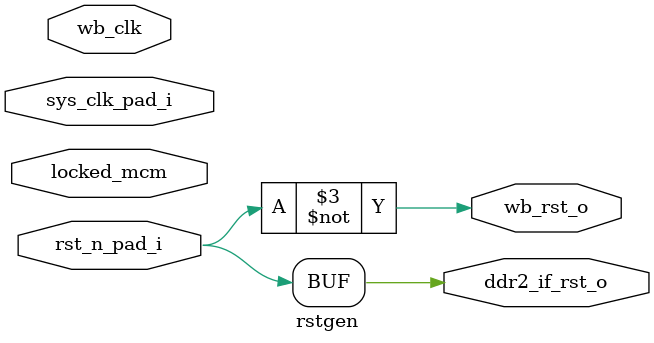
<source format=sv>
/**
 * @ Author: German Cano Quiveu, germancq@dte.us.es
 * @ Create Time: 2020-04-14 14:18:56
 * @ Modified by: Your name
 * @ Modified time: 2020-04-14 23:42:37
 * @ Description:
 */


module rstgen
       (
	// Main clocks in, depending on board
	input  sys_clk_pad_i,
	// Asynchronous, active low reset in
	input  rst_n_pad_i,
	input locked_mcm,

	// Wishbone clock and reset out
	input wb_clk,

	output wb_rst_o,
	output ddr2_if_rst_o
);

//
// Reset generation
//
//

// Reset generation for wishbone
logic [15:0] 	   wb_rst_shr;
always_ff @(posedge wb_clk or posedge rst_n_pad_i)
	if (rst_n_pad_i)
		wb_rst_shr <= 16'hffff;
	else
		wb_rst_shr <= {wb_rst_shr[14:0], ~(locked_mcm)};

assign wb_rst_o = ~ rst_n_pad_i;//wb_rst_shr[15];

assign ddr2_if_rst_o = rst_n_pad_i;

endmodule : rstgen // clkgen

</source>
